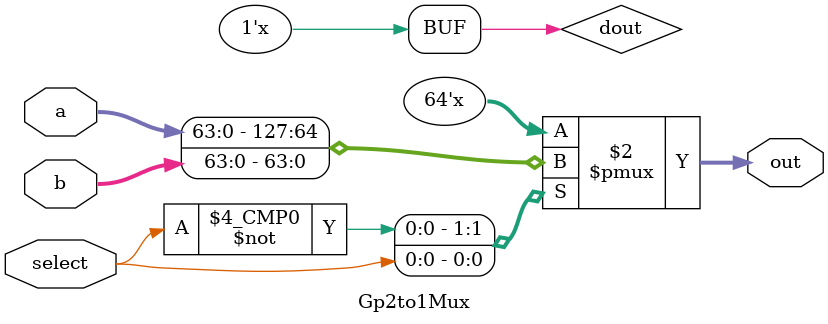
<source format=v>
/**
    File: Gp2to1Mux.v
    Author: BlackIsDevin (https://github.com/BlackIsDevin)
    Date: 7/8/2021
    Target Devices:
        Mimas A7 Revision V3 Development Board
        Arty A7-35T Development Board (future target)
    Description:
        This module implements a general-purpose 2:1 multiplexer with
        a configurable input/output width.
*/
module Gp2to1Mux #(
    parameter WIDTH = 64
) (
    input [WIDTH - 1:0] a,
    input [WIDTH - 1:0] b,
    input select,

    output reg [WIDTH - 1:0] out
);

    always @(*) begin
        case(select)
            1'b0: out = a;
            1'b1: out = b;
            default: dout = {WIDTH{1'bX}}; 
        endcase
    end

endmodule

</source>
